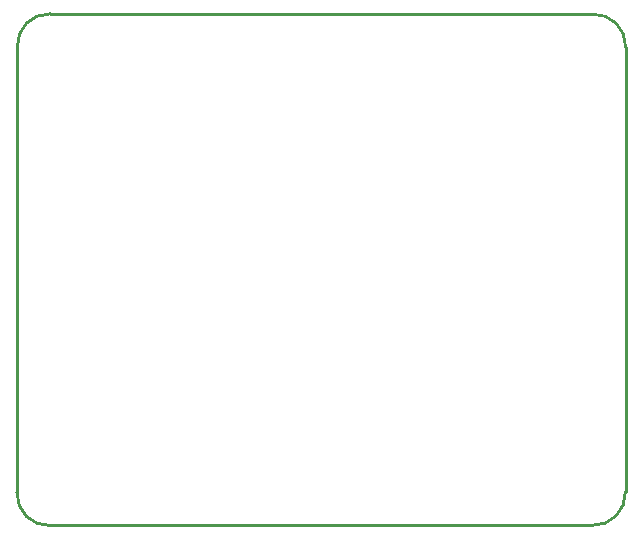
<source format=gko>
G04*
G04 #@! TF.GenerationSoftware,Altium Limited,Altium Designer,18.1.9 (240)*
G04*
G04 Layer_Color=16711935*
%FSLAX25Y25*%
%MOIN*%
G70*
G01*
G75*
%ADD11C,0.01000*%
D11*
X-98252Y-203578D02*
G03*
X-87107Y-214649I10652J-422D01*
G01*
X93478Y-214552D02*
G03*
X104549Y-203407I422J10652D01*
G01*
X104652Y-55222D02*
G03*
X93507Y-44151I-10652J422D01*
G01*
X-87078Y-44048D02*
G03*
X-98149Y-55193I-422J-10652D01*
G01*
X-98300Y-55200D02*
X-98300Y-203578D01*
X-87107Y-214600D02*
X93478Y-214600D01*
X-87078Y-44100D02*
X93507Y-44100D01*
X104600Y-55222D02*
X104600Y-203407D01*
M02*

</source>
